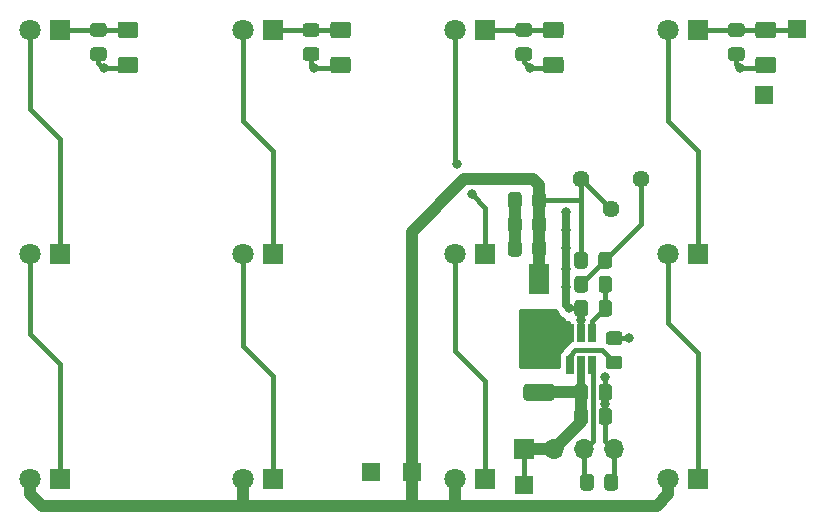
<source format=gbr>
%TF.GenerationSoftware,KiCad,Pcbnew,(5.1.6)-1*%
%TF.CreationDate,2021-04-28T12:46:05+02:00*%
%TF.ProjectId,combi_indicator,636f6d62-695f-4696-9e64-696361746f72,rev?*%
%TF.SameCoordinates,Original*%
%TF.FileFunction,Copper,L2,Bot*%
%TF.FilePolarity,Positive*%
%FSLAX46Y46*%
G04 Gerber Fmt 4.6, Leading zero omitted, Abs format (unit mm)*
G04 Created by KiCad (PCBNEW (5.1.6)-1) date 2021-04-28 12:46:05*
%MOMM*%
%LPD*%
G01*
G04 APERTURE LIST*
%TA.AperFunction,SMDPad,CuDef*%
%ADD10R,1.500000X1.500000*%
%TD*%
%TA.AperFunction,ComponentPad*%
%ADD11C,1.440000*%
%TD*%
%TA.AperFunction,SMDPad,CuDef*%
%ADD12R,1.800000X2.500000*%
%TD*%
%TA.AperFunction,SMDPad,CuDef*%
%ADD13R,0.650000X1.560000*%
%TD*%
%TA.AperFunction,ComponentPad*%
%ADD14C,1.800000*%
%TD*%
%TA.AperFunction,ComponentPad*%
%ADD15R,1.800000X1.800000*%
%TD*%
%TA.AperFunction,ComponentPad*%
%ADD16O,1.700000X1.700000*%
%TD*%
%TA.AperFunction,ComponentPad*%
%ADD17R,1.700000X1.700000*%
%TD*%
%TA.AperFunction,ViaPad*%
%ADD18C,0.800000*%
%TD*%
%TA.AperFunction,Conductor*%
%ADD19C,0.650000*%
%TD*%
%TA.AperFunction,Conductor*%
%ADD20C,1.000000*%
%TD*%
%TA.AperFunction,Conductor*%
%ADD21C,0.400000*%
%TD*%
%TA.AperFunction,Conductor*%
%ADD22C,0.254000*%
%TD*%
G04 APERTURE END LIST*
D10*
%TO.P,+LED,1*%
%TO.N,VBUS*%
X93015000Y-118415000D03*
%TD*%
%TO.P,LED current,1*%
%TO.N,/cur_test*%
X125654000Y-80950000D03*
%TD*%
%TO.P,VCC,1*%
%TO.N,VCC*%
X102540000Y-119558000D03*
%TD*%
%TO.P,GND,1*%
%TO.N,GND*%
X89586000Y-118415000D03*
%TD*%
%TO.P,GND,1*%
%TO.N,GND*%
X122860000Y-86538000D03*
%TD*%
%TO.P,R13,2*%
%TO.N,/FB*%
%TA.AperFunction,SMDPad,CuDef*%
G36*
G01*
X108841000Y-102990001D02*
X108841000Y-102089999D01*
G75*
G02*
X109090999Y-101840000I249999J0D01*
G01*
X109741001Y-101840000D01*
G75*
G02*
X109991000Y-102089999I0J-249999D01*
G01*
X109991000Y-102990001D01*
G75*
G02*
X109741001Y-103240000I-249999J0D01*
G01*
X109090999Y-103240000D01*
G75*
G02*
X108841000Y-102990001I0J249999D01*
G01*
G37*
%TD.AperFunction*%
%TO.P,R13,1*%
%TO.N,Net-(R12-Pad2)*%
%TA.AperFunction,SMDPad,CuDef*%
G36*
G01*
X106791000Y-102990001D02*
X106791000Y-102089999D01*
G75*
G02*
X107040999Y-101840000I249999J0D01*
G01*
X107691001Y-101840000D01*
G75*
G02*
X107941000Y-102089999I0J-249999D01*
G01*
X107941000Y-102990001D01*
G75*
G02*
X107691001Y-103240000I-249999J0D01*
G01*
X107040999Y-103240000D01*
G75*
G02*
X106791000Y-102990001I0J249999D01*
G01*
G37*
%TD.AperFunction*%
%TD*%
%TO.P,C1,2*%
%TO.N,VCC*%
%TA.AperFunction,SMDPad,CuDef*%
G36*
G01*
X107941000Y-111233999D02*
X107941000Y-112134001D01*
G75*
G02*
X107691001Y-112384000I-249999J0D01*
G01*
X107040999Y-112384000D01*
G75*
G02*
X106791000Y-112134001I0J249999D01*
G01*
X106791000Y-111233999D01*
G75*
G02*
X107040999Y-110984000I249999J0D01*
G01*
X107691001Y-110984000D01*
G75*
G02*
X107941000Y-111233999I0J-249999D01*
G01*
G37*
%TD.AperFunction*%
%TO.P,C1,1*%
%TO.N,GND*%
%TA.AperFunction,SMDPad,CuDef*%
G36*
G01*
X109991000Y-111233999D02*
X109991000Y-112134001D01*
G75*
G02*
X109741001Y-112384000I-249999J0D01*
G01*
X109090999Y-112384000D01*
G75*
G02*
X108841000Y-112134001I0J249999D01*
G01*
X108841000Y-111233999D01*
G75*
G02*
X109090999Y-110984000I249999J0D01*
G01*
X109741001Y-110984000D01*
G75*
G02*
X109991000Y-111233999I0J-249999D01*
G01*
G37*
%TD.AperFunction*%
%TD*%
D11*
%TO.P,RV1,1*%
%TO.N,Net-(R12-Pad2)*%
X112446000Y-93650000D03*
%TO.P,RV1,2*%
%TO.N,VBUS*%
X109906000Y-96190000D03*
%TO.P,RV1,3*%
X107366000Y-93650000D03*
%TD*%
%TO.P,R12,2*%
%TO.N,Net-(R12-Pad2)*%
%TA.AperFunction,SMDPad,CuDef*%
G36*
G01*
X108832000Y-100958001D02*
X108832000Y-100057999D01*
G75*
G02*
X109081999Y-99808000I249999J0D01*
G01*
X109732001Y-99808000D01*
G75*
G02*
X109982000Y-100057999I0J-249999D01*
G01*
X109982000Y-100958001D01*
G75*
G02*
X109732001Y-101208000I-249999J0D01*
G01*
X109081999Y-101208000D01*
G75*
G02*
X108832000Y-100958001I0J249999D01*
G01*
G37*
%TD.AperFunction*%
%TO.P,R12,1*%
%TO.N,VBUS*%
%TA.AperFunction,SMDPad,CuDef*%
G36*
G01*
X106782000Y-100958001D02*
X106782000Y-100057999D01*
G75*
G02*
X107031999Y-99808000I249999J0D01*
G01*
X107682001Y-99808000D01*
G75*
G02*
X107932000Y-100057999I0J-249999D01*
G01*
X107932000Y-100958001D01*
G75*
G02*
X107682001Y-101208000I-249999J0D01*
G01*
X107031999Y-101208000D01*
G75*
G02*
X106782000Y-100958001I0J249999D01*
G01*
G37*
%TD.AperFunction*%
%TD*%
%TO.P,C5,2*%
%TO.N,GND*%
%TA.AperFunction,SMDPad,CuDef*%
G36*
G01*
X108841000Y-114166001D02*
X108841000Y-113265999D01*
G75*
G02*
X109090999Y-113016000I249999J0D01*
G01*
X109741001Y-113016000D01*
G75*
G02*
X109991000Y-113265999I0J-249999D01*
G01*
X109991000Y-114166001D01*
G75*
G02*
X109741001Y-114416000I-249999J0D01*
G01*
X109090999Y-114416000D01*
G75*
G02*
X108841000Y-114166001I0J249999D01*
G01*
G37*
%TD.AperFunction*%
%TO.P,C5,1*%
%TO.N,VCC*%
%TA.AperFunction,SMDPad,CuDef*%
G36*
G01*
X106791000Y-114166001D02*
X106791000Y-113265999D01*
G75*
G02*
X107040999Y-113016000I249999J0D01*
G01*
X107691001Y-113016000D01*
G75*
G02*
X107941000Y-113265999I0J-249999D01*
G01*
X107941000Y-114166001D01*
G75*
G02*
X107691001Y-114416000I-249999J0D01*
G01*
X107040999Y-114416000D01*
G75*
G02*
X106791000Y-114166001I0J249999D01*
G01*
G37*
%TD.AperFunction*%
%TD*%
%TO.P,L1,2*%
%TO.N,/L*%
%TA.AperFunction,SMDPad,CuDef*%
G36*
G01*
X104885000Y-109421500D02*
X102735000Y-109421500D01*
G75*
G02*
X102485000Y-109171500I0J250000D01*
G01*
X102485000Y-108246500D01*
G75*
G02*
X102735000Y-107996500I250000J0D01*
G01*
X104885000Y-107996500D01*
G75*
G02*
X105135000Y-108246500I0J-250000D01*
G01*
X105135000Y-109171500D01*
G75*
G02*
X104885000Y-109421500I-250000J0D01*
G01*
G37*
%TD.AperFunction*%
%TO.P,L1,1*%
%TO.N,VCC*%
%TA.AperFunction,SMDPad,CuDef*%
G36*
G01*
X104885000Y-112396500D02*
X102735000Y-112396500D01*
G75*
G02*
X102485000Y-112146500I0J250000D01*
G01*
X102485000Y-111221500D01*
G75*
G02*
X102735000Y-110971500I250000J0D01*
G01*
X104885000Y-110971500D01*
G75*
G02*
X105135000Y-111221500I0J-250000D01*
G01*
X105135000Y-112146500D01*
G75*
G02*
X104885000Y-112396500I-250000J0D01*
G01*
G37*
%TD.AperFunction*%
%TD*%
D12*
%TO.P,D13,2*%
%TO.N,/L*%
X103810000Y-106064000D03*
%TO.P,D13,1*%
%TO.N,VBUS*%
X103810000Y-102064000D03*
%TD*%
%TO.P,C4,2*%
%TO.N,VBUS*%
%TA.AperFunction,SMDPad,CuDef*%
G36*
G01*
X103235000Y-95878001D02*
X103235000Y-94977999D01*
G75*
G02*
X103484999Y-94728000I249999J0D01*
G01*
X104135001Y-94728000D01*
G75*
G02*
X104385000Y-94977999I0J-249999D01*
G01*
X104385000Y-95878001D01*
G75*
G02*
X104135001Y-96128000I-249999J0D01*
G01*
X103484999Y-96128000D01*
G75*
G02*
X103235000Y-95878001I0J249999D01*
G01*
G37*
%TD.AperFunction*%
%TO.P,C4,1*%
%TO.N,GND*%
%TA.AperFunction,SMDPad,CuDef*%
G36*
G01*
X101185000Y-95878001D02*
X101185000Y-94977999D01*
G75*
G02*
X101434999Y-94728000I249999J0D01*
G01*
X102085001Y-94728000D01*
G75*
G02*
X102335000Y-94977999I0J-249999D01*
G01*
X102335000Y-95878001D01*
G75*
G02*
X102085001Y-96128000I-249999J0D01*
G01*
X101434999Y-96128000D01*
G75*
G02*
X101185000Y-95878001I0J249999D01*
G01*
G37*
%TD.AperFunction*%
%TD*%
D13*
%TO.P,U1,5*%
%TO.N,VCC*%
X107366000Y-109398000D03*
%TO.P,U1,6*%
%TO.N,Net-(R10-Pad1)*%
X106416000Y-109398000D03*
%TO.P,U1,4*%
%TO.N,/OPT_E*%
X108316000Y-109398000D03*
%TO.P,U1,3*%
%TO.N,/FB*%
X108316000Y-106698000D03*
%TO.P,U1,2*%
%TO.N,GND*%
X107366000Y-106698000D03*
%TO.P,U1,1*%
%TO.N,/L*%
X106416000Y-106698000D03*
%TD*%
%TO.P,R11,2*%
%TO.N,GND*%
%TA.AperFunction,SMDPad,CuDef*%
G36*
G01*
X107941000Y-104121999D02*
X107941000Y-105022001D01*
G75*
G02*
X107691001Y-105272000I-249999J0D01*
G01*
X107040999Y-105272000D01*
G75*
G02*
X106791000Y-105022001I0J249999D01*
G01*
X106791000Y-104121999D01*
G75*
G02*
X107040999Y-103872000I249999J0D01*
G01*
X107691001Y-103872000D01*
G75*
G02*
X107941000Y-104121999I0J-249999D01*
G01*
G37*
%TD.AperFunction*%
%TO.P,R11,1*%
%TO.N,/FB*%
%TA.AperFunction,SMDPad,CuDef*%
G36*
G01*
X109991000Y-104121999D02*
X109991000Y-105022001D01*
G75*
G02*
X109741001Y-105272000I-249999J0D01*
G01*
X109090999Y-105272000D01*
G75*
G02*
X108841000Y-105022001I0J249999D01*
G01*
X108841000Y-104121999D01*
G75*
G02*
X109090999Y-103872000I249999J0D01*
G01*
X109741001Y-103872000D01*
G75*
G02*
X109991000Y-104121999I0J-249999D01*
G01*
G37*
%TD.AperFunction*%
%TD*%
%TO.P,R10,2*%
%TO.N,GND*%
%TA.AperFunction,SMDPad,CuDef*%
G36*
G01*
X110610001Y-107678000D02*
X109709999Y-107678000D01*
G75*
G02*
X109460000Y-107428001I0J249999D01*
G01*
X109460000Y-106777999D01*
G75*
G02*
X109709999Y-106528000I249999J0D01*
G01*
X110610001Y-106528000D01*
G75*
G02*
X110860000Y-106777999I0J-249999D01*
G01*
X110860000Y-107428001D01*
G75*
G02*
X110610001Y-107678000I-249999J0D01*
G01*
G37*
%TD.AperFunction*%
%TO.P,R10,1*%
%TO.N,Net-(R10-Pad1)*%
%TA.AperFunction,SMDPad,CuDef*%
G36*
G01*
X110610001Y-109728000D02*
X109709999Y-109728000D01*
G75*
G02*
X109460000Y-109478001I0J249999D01*
G01*
X109460000Y-108827999D01*
G75*
G02*
X109709999Y-108578000I249999J0D01*
G01*
X110610001Y-108578000D01*
G75*
G02*
X110860000Y-108827999I0J-249999D01*
G01*
X110860000Y-109478001D01*
G75*
G02*
X110610001Y-109728000I-249999J0D01*
G01*
G37*
%TD.AperFunction*%
%TD*%
%TO.P,R9,2*%
%TO.N,GND*%
%TA.AperFunction,SMDPad,CuDef*%
G36*
G01*
X109340000Y-119754001D02*
X109340000Y-118853999D01*
G75*
G02*
X109589999Y-118604000I249999J0D01*
G01*
X110240001Y-118604000D01*
G75*
G02*
X110490000Y-118853999I0J-249999D01*
G01*
X110490000Y-119754001D01*
G75*
G02*
X110240001Y-120004000I-249999J0D01*
G01*
X109589999Y-120004000D01*
G75*
G02*
X109340000Y-119754001I0J249999D01*
G01*
G37*
%TD.AperFunction*%
%TO.P,R9,1*%
%TO.N,/OPT_E*%
%TA.AperFunction,SMDPad,CuDef*%
G36*
G01*
X107290000Y-119754001D02*
X107290000Y-118853999D01*
G75*
G02*
X107539999Y-118604000I249999J0D01*
G01*
X108190001Y-118604000D01*
G75*
G02*
X108440000Y-118853999I0J-249999D01*
G01*
X108440000Y-119754001D01*
G75*
G02*
X108190001Y-120004000I-249999J0D01*
G01*
X107539999Y-120004000D01*
G75*
G02*
X107290000Y-119754001I0J249999D01*
G01*
G37*
%TD.AperFunction*%
%TD*%
%TO.P,C3,2*%
%TO.N,GND*%
%TA.AperFunction,SMDPad,CuDef*%
G36*
G01*
X102335000Y-99041999D02*
X102335000Y-99942001D01*
G75*
G02*
X102085001Y-100192000I-249999J0D01*
G01*
X101434999Y-100192000D01*
G75*
G02*
X101185000Y-99942001I0J249999D01*
G01*
X101185000Y-99041999D01*
G75*
G02*
X101434999Y-98792000I249999J0D01*
G01*
X102085001Y-98792000D01*
G75*
G02*
X102335000Y-99041999I0J-249999D01*
G01*
G37*
%TD.AperFunction*%
%TO.P,C3,1*%
%TO.N,VBUS*%
%TA.AperFunction,SMDPad,CuDef*%
G36*
G01*
X104385000Y-99041999D02*
X104385000Y-99942001D01*
G75*
G02*
X104135001Y-100192000I-249999J0D01*
G01*
X103484999Y-100192000D01*
G75*
G02*
X103235000Y-99942001I0J249999D01*
G01*
X103235000Y-99041999D01*
G75*
G02*
X103484999Y-98792000I249999J0D01*
G01*
X104135001Y-98792000D01*
G75*
G02*
X104385000Y-99041999I0J-249999D01*
G01*
G37*
%TD.AperFunction*%
%TD*%
%TO.P,C2,2*%
%TO.N,GND*%
%TA.AperFunction,SMDPad,CuDef*%
G36*
G01*
X102335000Y-97009999D02*
X102335000Y-97910001D01*
G75*
G02*
X102085001Y-98160000I-249999J0D01*
G01*
X101434999Y-98160000D01*
G75*
G02*
X101185000Y-97910001I0J249999D01*
G01*
X101185000Y-97009999D01*
G75*
G02*
X101434999Y-96760000I249999J0D01*
G01*
X102085001Y-96760000D01*
G75*
G02*
X102335000Y-97009999I0J-249999D01*
G01*
G37*
%TD.AperFunction*%
%TO.P,C2,1*%
%TO.N,VBUS*%
%TA.AperFunction,SMDPad,CuDef*%
G36*
G01*
X104385000Y-97009999D02*
X104385000Y-97910001D01*
G75*
G02*
X104135001Y-98160000I-249999J0D01*
G01*
X103484999Y-98160000D01*
G75*
G02*
X103235000Y-97910001I0J249999D01*
G01*
X103235000Y-97009999D01*
G75*
G02*
X103484999Y-96760000I249999J0D01*
G01*
X104135001Y-96760000D01*
G75*
G02*
X104385000Y-97009999I0J-249999D01*
G01*
G37*
%TD.AperFunction*%
%TD*%
%TO.P,R8,2*%
%TO.N,/cur_test*%
%TA.AperFunction,SMDPad,CuDef*%
G36*
G01*
X123625000Y-81712500D02*
X122375000Y-81712500D01*
G75*
G02*
X122125000Y-81462500I0J250000D01*
G01*
X122125000Y-80537500D01*
G75*
G02*
X122375000Y-80287500I250000J0D01*
G01*
X123625000Y-80287500D01*
G75*
G02*
X123875000Y-80537500I0J-250000D01*
G01*
X123875000Y-81462500D01*
G75*
G02*
X123625000Y-81712500I-250000J0D01*
G01*
G37*
%TD.AperFunction*%
%TO.P,R8,1*%
%TO.N,GND*%
%TA.AperFunction,SMDPad,CuDef*%
G36*
G01*
X123625000Y-84687500D02*
X122375000Y-84687500D01*
G75*
G02*
X122125000Y-84437500I0J250000D01*
G01*
X122125000Y-83512500D01*
G75*
G02*
X122375000Y-83262500I250000J0D01*
G01*
X123625000Y-83262500D01*
G75*
G02*
X123875000Y-83512500I0J-250000D01*
G01*
X123875000Y-84437500D01*
G75*
G02*
X123625000Y-84687500I-250000J0D01*
G01*
G37*
%TD.AperFunction*%
%TD*%
%TO.P,R7,2*%
%TO.N,Net-(D11-Pad1)*%
%TA.AperFunction,SMDPad,CuDef*%
G36*
G01*
X105625000Y-81712500D02*
X104375000Y-81712500D01*
G75*
G02*
X104125000Y-81462500I0J250000D01*
G01*
X104125000Y-80537500D01*
G75*
G02*
X104375000Y-80287500I250000J0D01*
G01*
X105625000Y-80287500D01*
G75*
G02*
X105875000Y-80537500I0J-250000D01*
G01*
X105875000Y-81462500D01*
G75*
G02*
X105625000Y-81712500I-250000J0D01*
G01*
G37*
%TD.AperFunction*%
%TO.P,R7,1*%
%TO.N,GND*%
%TA.AperFunction,SMDPad,CuDef*%
G36*
G01*
X105625000Y-84687500D02*
X104375000Y-84687500D01*
G75*
G02*
X104125000Y-84437500I0J250000D01*
G01*
X104125000Y-83512500D01*
G75*
G02*
X104375000Y-83262500I250000J0D01*
G01*
X105625000Y-83262500D01*
G75*
G02*
X105875000Y-83512500I0J-250000D01*
G01*
X105875000Y-84437500D01*
G75*
G02*
X105625000Y-84687500I-250000J0D01*
G01*
G37*
%TD.AperFunction*%
%TD*%
%TO.P,R6,2*%
%TO.N,Net-(D10-Pad1)*%
%TA.AperFunction,SMDPad,CuDef*%
G36*
G01*
X87625000Y-81712500D02*
X86375000Y-81712500D01*
G75*
G02*
X86125000Y-81462500I0J250000D01*
G01*
X86125000Y-80537500D01*
G75*
G02*
X86375000Y-80287500I250000J0D01*
G01*
X87625000Y-80287500D01*
G75*
G02*
X87875000Y-80537500I0J-250000D01*
G01*
X87875000Y-81462500D01*
G75*
G02*
X87625000Y-81712500I-250000J0D01*
G01*
G37*
%TD.AperFunction*%
%TO.P,R6,1*%
%TO.N,GND*%
%TA.AperFunction,SMDPad,CuDef*%
G36*
G01*
X87625000Y-84687500D02*
X86375000Y-84687500D01*
G75*
G02*
X86125000Y-84437500I0J250000D01*
G01*
X86125000Y-83512500D01*
G75*
G02*
X86375000Y-83262500I250000J0D01*
G01*
X87625000Y-83262500D01*
G75*
G02*
X87875000Y-83512500I0J-250000D01*
G01*
X87875000Y-84437500D01*
G75*
G02*
X87625000Y-84687500I-250000J0D01*
G01*
G37*
%TD.AperFunction*%
%TD*%
%TO.P,R5,2*%
%TO.N,Net-(D9-Pad1)*%
%TA.AperFunction,SMDPad,CuDef*%
G36*
G01*
X69625000Y-81712500D02*
X68375000Y-81712500D01*
G75*
G02*
X68125000Y-81462500I0J250000D01*
G01*
X68125000Y-80537500D01*
G75*
G02*
X68375000Y-80287500I250000J0D01*
G01*
X69625000Y-80287500D01*
G75*
G02*
X69875000Y-80537500I0J-250000D01*
G01*
X69875000Y-81462500D01*
G75*
G02*
X69625000Y-81712500I-250000J0D01*
G01*
G37*
%TD.AperFunction*%
%TO.P,R5,1*%
%TO.N,GND*%
%TA.AperFunction,SMDPad,CuDef*%
G36*
G01*
X69625000Y-84687500D02*
X68375000Y-84687500D01*
G75*
G02*
X68125000Y-84437500I0J250000D01*
G01*
X68125000Y-83512500D01*
G75*
G02*
X68375000Y-83262500I250000J0D01*
G01*
X69625000Y-83262500D01*
G75*
G02*
X69875000Y-83512500I0J-250000D01*
G01*
X69875000Y-84437500D01*
G75*
G02*
X69625000Y-84687500I-250000J0D01*
G01*
G37*
%TD.AperFunction*%
%TD*%
%TO.P,R4,1*%
%TO.N,GND*%
%TA.AperFunction,SMDPad,CuDef*%
G36*
G01*
X120950001Y-83625000D02*
X120049999Y-83625000D01*
G75*
G02*
X119800000Y-83375001I0J249999D01*
G01*
X119800000Y-82724999D01*
G75*
G02*
X120049999Y-82475000I249999J0D01*
G01*
X120950001Y-82475000D01*
G75*
G02*
X121200000Y-82724999I0J-249999D01*
G01*
X121200000Y-83375001D01*
G75*
G02*
X120950001Y-83625000I-249999J0D01*
G01*
G37*
%TD.AperFunction*%
%TO.P,R4,2*%
%TO.N,/cur_test*%
%TA.AperFunction,SMDPad,CuDef*%
G36*
G01*
X120950001Y-81575000D02*
X120049999Y-81575000D01*
G75*
G02*
X119800000Y-81325001I0J249999D01*
G01*
X119800000Y-80674999D01*
G75*
G02*
X120049999Y-80425000I249999J0D01*
G01*
X120950001Y-80425000D01*
G75*
G02*
X121200000Y-80674999I0J-249999D01*
G01*
X121200000Y-81325001D01*
G75*
G02*
X120950001Y-81575000I-249999J0D01*
G01*
G37*
%TD.AperFunction*%
%TD*%
%TO.P,R3,2*%
%TO.N,Net-(D11-Pad1)*%
%TA.AperFunction,SMDPad,CuDef*%
G36*
G01*
X102950001Y-81575000D02*
X102049999Y-81575000D01*
G75*
G02*
X101800000Y-81325001I0J249999D01*
G01*
X101800000Y-80674999D01*
G75*
G02*
X102049999Y-80425000I249999J0D01*
G01*
X102950001Y-80425000D01*
G75*
G02*
X103200000Y-80674999I0J-249999D01*
G01*
X103200000Y-81325001D01*
G75*
G02*
X102950001Y-81575000I-249999J0D01*
G01*
G37*
%TD.AperFunction*%
%TO.P,R3,1*%
%TO.N,GND*%
%TA.AperFunction,SMDPad,CuDef*%
G36*
G01*
X102950001Y-83625000D02*
X102049999Y-83625000D01*
G75*
G02*
X101800000Y-83375001I0J249999D01*
G01*
X101800000Y-82724999D01*
G75*
G02*
X102049999Y-82475000I249999J0D01*
G01*
X102950001Y-82475000D01*
G75*
G02*
X103200000Y-82724999I0J-249999D01*
G01*
X103200000Y-83375001D01*
G75*
G02*
X102950001Y-83625000I-249999J0D01*
G01*
G37*
%TD.AperFunction*%
%TD*%
%TO.P,R2,2*%
%TO.N,Net-(D10-Pad1)*%
%TA.AperFunction,SMDPad,CuDef*%
G36*
G01*
X84950001Y-81575000D02*
X84049999Y-81575000D01*
G75*
G02*
X83800000Y-81325001I0J249999D01*
G01*
X83800000Y-80674999D01*
G75*
G02*
X84049999Y-80425000I249999J0D01*
G01*
X84950001Y-80425000D01*
G75*
G02*
X85200000Y-80674999I0J-249999D01*
G01*
X85200000Y-81325001D01*
G75*
G02*
X84950001Y-81575000I-249999J0D01*
G01*
G37*
%TD.AperFunction*%
%TO.P,R2,1*%
%TO.N,GND*%
%TA.AperFunction,SMDPad,CuDef*%
G36*
G01*
X84950001Y-83625000D02*
X84049999Y-83625000D01*
G75*
G02*
X83800000Y-83375001I0J249999D01*
G01*
X83800000Y-82724999D01*
G75*
G02*
X84049999Y-82475000I249999J0D01*
G01*
X84950001Y-82475000D01*
G75*
G02*
X85200000Y-82724999I0J-249999D01*
G01*
X85200000Y-83375001D01*
G75*
G02*
X84950001Y-83625000I-249999J0D01*
G01*
G37*
%TD.AperFunction*%
%TD*%
D14*
%TO.P,D12,2*%
%TO.N,Net-(D12-Pad2)*%
X114730000Y-81000000D03*
D15*
%TO.P,D12,1*%
%TO.N,/cur_test*%
X117270000Y-81000000D03*
%TD*%
D14*
%TO.P,D11,2*%
%TO.N,Net-(D11-Pad2)*%
X96730000Y-81000000D03*
D15*
%TO.P,D11,1*%
%TO.N,Net-(D11-Pad1)*%
X99270000Y-81000000D03*
%TD*%
D14*
%TO.P,D10,2*%
%TO.N,Net-(D10-Pad2)*%
X78730000Y-81000000D03*
D15*
%TO.P,D10,1*%
%TO.N,Net-(D10-Pad1)*%
X81270000Y-81000000D03*
%TD*%
D14*
%TO.P,D9,2*%
%TO.N,Net-(D5-Pad1)*%
X60730000Y-81000000D03*
D15*
%TO.P,D9,1*%
%TO.N,Net-(D9-Pad1)*%
X63270000Y-81000000D03*
%TD*%
D14*
%TO.P,D8,2*%
%TO.N,Net-(D4-Pad1)*%
X114730000Y-100000000D03*
D15*
%TO.P,D8,1*%
%TO.N,Net-(D12-Pad2)*%
X117270000Y-100000000D03*
%TD*%
D14*
%TO.P,D7,2*%
%TO.N,Net-(D3-Pad1)*%
X96730000Y-100000000D03*
D15*
%TO.P,D7,1*%
%TO.N,Net-(D11-Pad2)*%
X99270000Y-100000000D03*
%TD*%
D14*
%TO.P,D6,2*%
%TO.N,Net-(D2-Pad1)*%
X78730000Y-100000000D03*
D15*
%TO.P,D6,1*%
%TO.N,Net-(D10-Pad2)*%
X81270000Y-100000000D03*
%TD*%
D14*
%TO.P,D5,2*%
%TO.N,Net-(D1-Pad1)*%
X60730000Y-100000000D03*
D15*
%TO.P,D5,1*%
%TO.N,Net-(D5-Pad1)*%
X63270000Y-100000000D03*
%TD*%
D16*
%TO.P,J1,4*%
%TO.N,GND*%
X110160000Y-116510000D03*
%TO.P,J1,3*%
%TO.N,/OPT_E*%
X107620000Y-116510000D03*
%TO.P,J1,2*%
%TO.N,VCC*%
X105080000Y-116510000D03*
D17*
%TO.P,J1,1*%
X102540000Y-116510000D03*
%TD*%
%TO.P,R1,2*%
%TO.N,Net-(D9-Pad1)*%
%TA.AperFunction,SMDPad,CuDef*%
G36*
G01*
X66950001Y-81575000D02*
X66049999Y-81575000D01*
G75*
G02*
X65800000Y-81325001I0J249999D01*
G01*
X65800000Y-80674999D01*
G75*
G02*
X66049999Y-80425000I249999J0D01*
G01*
X66950001Y-80425000D01*
G75*
G02*
X67200000Y-80674999I0J-249999D01*
G01*
X67200000Y-81325001D01*
G75*
G02*
X66950001Y-81575000I-249999J0D01*
G01*
G37*
%TD.AperFunction*%
%TO.P,R1,1*%
%TO.N,GND*%
%TA.AperFunction,SMDPad,CuDef*%
G36*
G01*
X66950001Y-83625000D02*
X66049999Y-83625000D01*
G75*
G02*
X65800000Y-83375001I0J249999D01*
G01*
X65800000Y-82724999D01*
G75*
G02*
X66049999Y-82475000I249999J0D01*
G01*
X66950001Y-82475000D01*
G75*
G02*
X67200000Y-82724999I0J-249999D01*
G01*
X67200000Y-83375001D01*
G75*
G02*
X66950001Y-83625000I-249999J0D01*
G01*
G37*
%TD.AperFunction*%
%TD*%
D14*
%TO.P,D4,2*%
%TO.N,VBUS*%
X114730000Y-119000000D03*
D15*
%TO.P,D4,1*%
%TO.N,Net-(D4-Pad1)*%
X117270000Y-119000000D03*
%TD*%
D14*
%TO.P,D3,2*%
%TO.N,VBUS*%
X96730000Y-119000000D03*
D15*
%TO.P,D3,1*%
%TO.N,Net-(D3-Pad1)*%
X99270000Y-119000000D03*
%TD*%
D14*
%TO.P,D2,2*%
%TO.N,VBUS*%
X78730000Y-119000000D03*
D15*
%TO.P,D2,1*%
%TO.N,Net-(D2-Pad1)*%
X81270000Y-119000000D03*
%TD*%
D14*
%TO.P,D1,2*%
%TO.N,VBUS*%
X60730000Y-119000000D03*
D15*
%TO.P,D1,1*%
%TO.N,Net-(D1-Pad1)*%
X63270000Y-119000000D03*
%TD*%
D18*
%TO.N,VCC*%
X102540000Y-119558000D03*
%TO.N,GND*%
X89586000Y-118415000D03*
X122860000Y-86538000D03*
X66980000Y-84252000D03*
X103048000Y-84252000D03*
X84760000Y-84252000D03*
X120828000Y-84252000D03*
X109398000Y-110414000D03*
X111430000Y-107112000D03*
X107366000Y-105588000D03*
X101760000Y-96462000D03*
X101760000Y-98494000D03*
X106350000Y-104572000D03*
X109416000Y-112682000D03*
X106096000Y-96444000D03*
X106096000Y-97968000D03*
X106096000Y-99492000D03*
X106096000Y-101270000D03*
X106096000Y-102794000D03*
%TO.N,VBUS*%
X93015000Y-118415000D03*
%TO.N,Net-(D11-Pad2)*%
X98095000Y-94920000D03*
X96825000Y-92380000D03*
%TO.N,/cur_test*%
X125654000Y-80950000D03*
%TD*%
D19*
%TO.N,VCC*%
X107366000Y-109398000D02*
X107366000Y-111684000D01*
D20*
X107366000Y-113716000D02*
X107366000Y-111684000D01*
X103810000Y-111684000D02*
X107366000Y-111684000D01*
X107366000Y-114224000D02*
X107366000Y-113716000D01*
X105080000Y-116510000D02*
X107366000Y-114224000D01*
D21*
X102540000Y-116510000D02*
X102540000Y-119558000D01*
D20*
X102540000Y-116510000D02*
X105080000Y-116510000D01*
D21*
X102540000Y-119558000D02*
X102540000Y-119558000D01*
%TO.N,Net-(D1-Pad1)*%
X60730000Y-100000000D02*
X60730000Y-106730000D01*
X63270000Y-109270000D02*
X63270000Y-119000000D01*
X60730000Y-106730000D02*
X63270000Y-109270000D01*
%TO.N,Net-(D2-Pad1)*%
X78730000Y-100000000D02*
X78730000Y-107730000D01*
X81270000Y-110270000D02*
X81270000Y-119000000D01*
X78730000Y-107730000D02*
X81270000Y-110270000D01*
%TO.N,Net-(D3-Pad1)*%
X96730000Y-108160000D02*
X96730000Y-100000000D01*
X99270000Y-119000000D02*
X99270000Y-110700000D01*
X99270000Y-110700000D02*
X96730000Y-108160000D01*
%TO.N,Net-(D4-Pad1)*%
X114730000Y-100000000D02*
X114730000Y-105840000D01*
X117270000Y-108380000D02*
X117270000Y-119000000D01*
X114730000Y-105840000D02*
X117270000Y-108380000D01*
%TO.N,GND*%
X66500000Y-83772000D02*
X66980000Y-84252000D01*
X66500000Y-83050000D02*
X66500000Y-83772000D01*
X102500000Y-83704000D02*
X103048000Y-84252000D01*
X102500000Y-83050000D02*
X102500000Y-83704000D01*
X84500000Y-83992000D02*
X84760000Y-84252000D01*
X84500000Y-83050000D02*
X84500000Y-83992000D01*
X120500000Y-83050000D02*
X120500000Y-83924000D01*
X120500000Y-83924000D02*
X120828000Y-84252000D01*
X104723000Y-84252000D02*
X103048000Y-84252000D01*
X105000000Y-83975000D02*
X104723000Y-84252000D01*
X122860000Y-84252000D02*
X120828000Y-84252000D01*
X123000000Y-83975000D02*
X123000000Y-84112000D01*
X123000000Y-84112000D02*
X122860000Y-84252000D01*
X86723000Y-84252000D02*
X84760000Y-84252000D01*
X87000000Y-83975000D02*
X86723000Y-84252000D01*
X68723000Y-84252000D02*
X66980000Y-84252000D01*
X69000000Y-83975000D02*
X68723000Y-84252000D01*
X109416000Y-111684000D02*
X109416000Y-112682000D01*
X109416000Y-115766000D02*
X110160000Y-116510000D01*
X109416000Y-113716000D02*
X109416000Y-115766000D01*
X109416000Y-111684000D02*
X109416000Y-110432000D01*
X109416000Y-110432000D02*
X109398000Y-110414000D01*
X110160000Y-107103000D02*
X111421000Y-107103000D01*
X111421000Y-107103000D02*
X111430000Y-107112000D01*
X107366000Y-106698000D02*
X107366000Y-105588000D01*
X107366000Y-105588000D02*
X107366000Y-104572000D01*
D20*
X101760000Y-99492000D02*
X101760000Y-98494000D01*
X101760000Y-97460000D02*
X101760000Y-96462000D01*
X101760000Y-96462000D02*
X101760000Y-95428000D01*
X101760000Y-98494000D02*
X101760000Y-97460000D01*
D21*
X107366000Y-104572000D02*
X106350000Y-104572000D01*
X109416000Y-112682000D02*
X109416000Y-113716000D01*
D19*
X106350000Y-104572000D02*
X106096000Y-104318000D01*
X106096000Y-104318000D02*
X106096000Y-102794000D01*
X106096000Y-97968000D02*
X106096000Y-96444000D01*
X106096000Y-99492000D02*
X106096000Y-97968000D01*
X106096000Y-101270000D02*
X106096000Y-99492000D01*
X106096000Y-102794000D02*
X106096000Y-101270000D01*
D21*
X110160000Y-119059000D02*
X109915000Y-119304000D01*
X110160000Y-116510000D02*
X110160000Y-119059000D01*
%TO.N,/OPT_E*%
X108341010Y-115788990D02*
X107620000Y-116510000D01*
X108316000Y-109398000D02*
X108341010Y-109423010D01*
X108341010Y-109423010D02*
X108341010Y-115788990D01*
X107620000Y-119059000D02*
X107865000Y-119304000D01*
X107620000Y-116510000D02*
X107620000Y-119059000D01*
D20*
%TO.N,VBUS*%
X114730000Y-120324000D02*
X114730000Y-119000000D01*
X113779010Y-121274990D02*
X114730000Y-120324000D01*
X60730000Y-119000000D02*
X60730000Y-120272792D01*
X60730000Y-120272792D02*
X61732198Y-121274990D01*
X96730000Y-121241000D02*
X96763990Y-121274990D01*
X96730000Y-119000000D02*
X96730000Y-121241000D01*
X96763990Y-121274990D02*
X113779010Y-121274990D01*
X78730000Y-121270000D02*
X78725010Y-121274990D01*
X78730000Y-119000000D02*
X78730000Y-121270000D01*
X61732198Y-121274990D02*
X78725010Y-121274990D01*
X103810000Y-102064000D02*
X103810000Y-99492000D01*
X103810000Y-99492000D02*
X103810000Y-97460000D01*
X103810000Y-97460000D02*
X103810000Y-95428000D01*
D21*
X107366000Y-100499000D02*
X107357000Y-100508000D01*
X103810000Y-95428000D02*
X107366000Y-95428000D01*
X107366000Y-93650000D02*
X107366000Y-95428000D01*
X107366000Y-95428000D02*
X107366000Y-100499000D01*
X93015000Y-118415000D02*
X93015000Y-118415000D01*
D20*
X78725010Y-121274990D02*
X92949010Y-121274990D01*
X92949010Y-121274990D02*
X96763990Y-121274990D01*
X93015000Y-121209000D02*
X92949010Y-121274990D01*
X93015000Y-118415000D02*
X93015000Y-121209000D01*
X93015000Y-98095000D02*
X93015000Y-118415000D01*
X103302000Y-93650000D02*
X97460000Y-93650000D01*
X97460000Y-93650000D02*
X93015000Y-98095000D01*
X103810000Y-95428000D02*
X103810000Y-94158000D01*
X103810000Y-94158000D02*
X103302000Y-93650000D01*
X93015000Y-118415000D02*
X93015000Y-118415000D01*
D21*
X109906000Y-96190000D02*
X107366000Y-93650000D01*
%TO.N,Net-(D5-Pad1)*%
X60730000Y-81000000D02*
X60730000Y-87730000D01*
X63270000Y-90270000D02*
X63270000Y-100000000D01*
X60730000Y-87730000D02*
X63270000Y-90270000D01*
%TO.N,Net-(D10-Pad2)*%
X78730000Y-81000000D02*
X78730000Y-88730000D01*
X81270000Y-91270000D02*
X81270000Y-100000000D01*
X78730000Y-88730000D02*
X81270000Y-91270000D01*
%TO.N,Net-(D11-Pad2)*%
X99270000Y-100000000D02*
X99270000Y-96095000D01*
X99270000Y-96095000D02*
X98095000Y-94920000D01*
X96730000Y-92285000D02*
X96825000Y-92380000D01*
X96730000Y-81000000D02*
X96730000Y-92285000D01*
%TO.N,Net-(D12-Pad2)*%
X114730000Y-81000000D02*
X114730000Y-88695000D01*
X117270000Y-91235000D02*
X117270000Y-100000000D01*
X114730000Y-88695000D02*
X117270000Y-91235000D01*
%TO.N,Net-(D9-Pad1)*%
X69000000Y-81000000D02*
X66500000Y-81000000D01*
X66500000Y-81000000D02*
X63270000Y-81000000D01*
%TO.N,Net-(D10-Pad1)*%
X87000000Y-81000000D02*
X84500000Y-81000000D01*
X84500000Y-81000000D02*
X81270000Y-81000000D01*
%TO.N,Net-(D11-Pad1)*%
X105000000Y-81000000D02*
X102500000Y-81000000D01*
X102500000Y-81000000D02*
X99270000Y-81000000D01*
%TO.N,Net-(R10-Pad1)*%
X109135000Y-108128000D02*
X110160000Y-109153000D01*
X106858000Y-108128000D02*
X109135000Y-108128000D01*
X106416000Y-109398000D02*
X106416000Y-108570000D01*
X106416000Y-108570000D02*
X106858000Y-108128000D01*
D20*
%TO.N,/L*%
X103810000Y-106064000D02*
X103810000Y-108709000D01*
D19*
X104444000Y-106698000D02*
X103810000Y-106064000D01*
X106416000Y-106698000D02*
X104444000Y-106698000D01*
D21*
%TO.N,/FB*%
X108316000Y-105672000D02*
X109416000Y-104572000D01*
X108316000Y-106698000D02*
X108316000Y-105672000D01*
X109416000Y-104572000D02*
X109416000Y-102540000D01*
%TO.N,Net-(R12-Pad2)*%
X112446000Y-97469000D02*
X109407000Y-100508000D01*
X112446000Y-93650000D02*
X112446000Y-97469000D01*
X107375000Y-102540000D02*
X109407000Y-100508000D01*
X107366000Y-102540000D02*
X107375000Y-102540000D01*
%TO.N,/cur_test*%
X123000000Y-81000000D02*
X120500000Y-81000000D01*
X120500000Y-81000000D02*
X117270000Y-81000000D01*
X125604000Y-81000000D02*
X125654000Y-80950000D01*
X123000000Y-81000000D02*
X125604000Y-81000000D01*
X125654000Y-80950000D02*
X125654000Y-80950000D01*
%TD*%
D22*
%TO.N,/L*%
G36*
X105293927Y-104853928D02*
G01*
X105400080Y-104983276D01*
X105432795Y-105062256D01*
X105465298Y-105110900D01*
X105470667Y-105128601D01*
X105482403Y-105150557D01*
X105498197Y-105169803D01*
X105517660Y-105189266D01*
X105546063Y-105231774D01*
X105690226Y-105375937D01*
X105732734Y-105404340D01*
X106006197Y-105677803D01*
X106025443Y-105693597D01*
X106047399Y-105705333D01*
X106071224Y-105712560D01*
X106096000Y-105715000D01*
X106335985Y-105715000D01*
X106370774Y-105889898D01*
X106402928Y-105967524D01*
X106402928Y-107424445D01*
X106391854Y-107430364D01*
X106264709Y-107534709D01*
X106238554Y-107566579D01*
X105854574Y-107950559D01*
X105822710Y-107976709D01*
X105796562Y-108008571D01*
X105722143Y-108099251D01*
X105639815Y-108166815D01*
X105560463Y-108263506D01*
X105501498Y-108373820D01*
X105465188Y-108493518D01*
X105452928Y-108618000D01*
X105452928Y-109525000D01*
X102159000Y-109525000D01*
X102159000Y-104699000D01*
X105211116Y-104699000D01*
X105293927Y-104853928D01*
G37*
X105293927Y-104853928D02*
X105400080Y-104983276D01*
X105432795Y-105062256D01*
X105465298Y-105110900D01*
X105470667Y-105128601D01*
X105482403Y-105150557D01*
X105498197Y-105169803D01*
X105517660Y-105189266D01*
X105546063Y-105231774D01*
X105690226Y-105375937D01*
X105732734Y-105404340D01*
X106006197Y-105677803D01*
X106025443Y-105693597D01*
X106047399Y-105705333D01*
X106071224Y-105712560D01*
X106096000Y-105715000D01*
X106335985Y-105715000D01*
X106370774Y-105889898D01*
X106402928Y-105967524D01*
X106402928Y-107424445D01*
X106391854Y-107430364D01*
X106264709Y-107534709D01*
X106238554Y-107566579D01*
X105854574Y-107950559D01*
X105822710Y-107976709D01*
X105796562Y-108008571D01*
X105722143Y-108099251D01*
X105639815Y-108166815D01*
X105560463Y-108263506D01*
X105501498Y-108373820D01*
X105465188Y-108493518D01*
X105452928Y-108618000D01*
X105452928Y-109525000D01*
X102159000Y-109525000D01*
X102159000Y-104699000D01*
X105211116Y-104699000D01*
X105293927Y-104853928D01*
%TD*%
M02*

</source>
